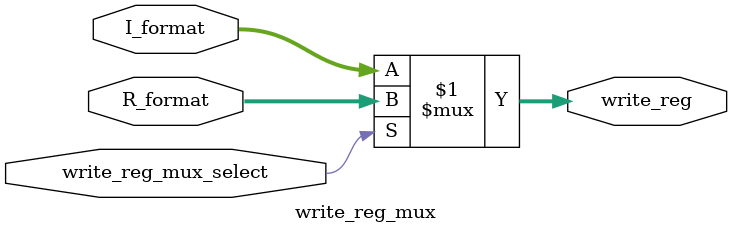
<source format=v>
module write_reg_mux (
    input [4:0] R_format,
    input [4:0] I_format,
    input write_reg_mux_select,
    output [4:0] write_reg
);

assign write_reg = (write_reg_mux_select) ? R_format : I_format;

endmodule
</source>
